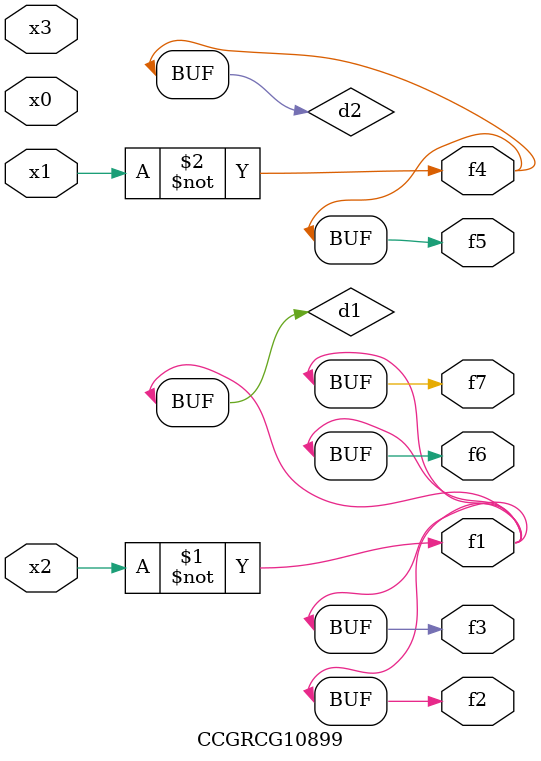
<source format=v>
module CCGRCG10899(
	input x0, x1, x2, x3,
	output f1, f2, f3, f4, f5, f6, f7
);

	wire d1, d2;

	xnor (d1, x2);
	not (d2, x1);
	assign f1 = d1;
	assign f2 = d1;
	assign f3 = d1;
	assign f4 = d2;
	assign f5 = d2;
	assign f6 = d1;
	assign f7 = d1;
endmodule

</source>
